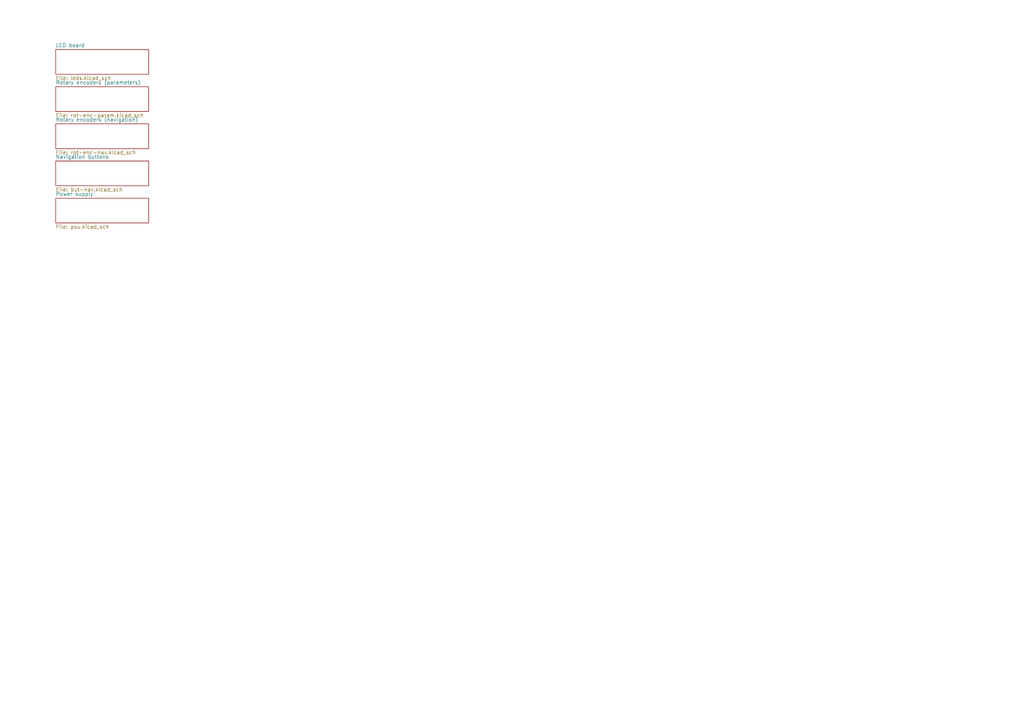
<source format=kicad_sch>
(kicad_sch (version 20211123) (generator eeschema)
  (paper "A3")
  (title_block (title "Pédale Vite v2 — Auxiliary boards") (date "2019-10-22") (company "Laurent DE SORAS") (comment 1 "Licensed under WTFPL v2 / CC0") (comment 4 "Main board"))
  (lib_symbols)
  (sheet (at 22.86 20.32) (size 38.1 10.16)
    (property "Sheet name" "LED board" (at 22.86 19.4814 0) (effects (font (size 1.524 1.524)) (justify left bottom)))
    (property "Sheet file" "leds.kicad_sch" (at 22.86 31.1662 0) (effects (font (size 1.524 1.524)) (justify left top)))
  )
  (sheet (at 22.86 35.56) (size 38.1 10.16)
    (property "Sheet name" "Rotary encoders (parameters)" (at 22.86 34.7214 0) (effects (font (size 1.524 1.524)) (justify left bottom)))
    (property "Sheet file" "rot-enc-param.kicad_sch" (at 22.86 46.4062 0) (effects (font (size 1.524 1.524)) (justify left top)))
  )
  (sheet (at 22.86 50.8) (size 38.1 10.16)
    (property "Sheet name" "Rotary encoders (navigation)" (at 22.86 49.9614 0) (effects (font (size 1.524 1.524)) (justify left bottom)))
    (property "Sheet file" "rot-enc-nav.kicad_sch" (at 22.86 61.6462 0) (effects (font (size 1.524 1.524)) (justify left top)))
  )
  (sheet (at 22.86 66.04) (size 38.1 10.16)
    (property "Sheet name" "Navigation buttons" (at 22.86 65.2014 0) (effects (font (size 1.524 1.524)) (justify left bottom)))
    (property "Sheet file" "but-nav.kicad_sch" (at 22.86 76.8862 0) (effects (font (size 1.524 1.524)) (justify left top)))
  )
  (sheet (at 22.86 81.28) (size 38.1 10.16)
    (property "Sheet name" "Power supply" (at 22.86 80.4414 0) (effects (font (size 1.524 1.524)) (justify left bottom)))
    (property "Sheet file" "psu.kicad_sch" (at 22.86 92.1262 0) (effects (font (size 1.524 1.524)) (justify left top)))
  )
)
</source>
